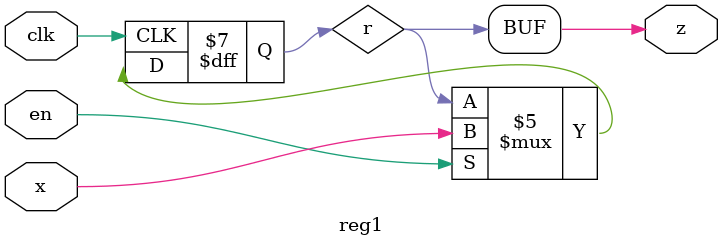
<source format=v>
module reg1(output z, input x, input en, input clk);
    //registro di uscita
    reg r;

    //Inizializzo a 0 il registro da 1 bit
    initial
        r=0;
    
    //Ora aggiorno il registro solo quando il ciclo di clock va alto e ho l'enabled a true
    always @(posedge clk)
        begin
            if(en==1)
            r=x;
        end

    //l'uscita ha sempre questo valore
    assign 
        z=r;
endmodule
</source>
